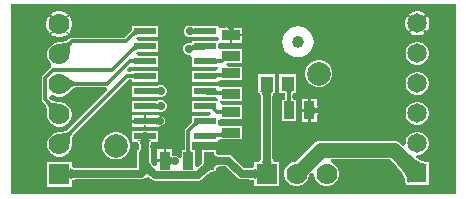
<source format=gtl>
G04*
G04 #@! TF.GenerationSoftware,Altium Limited,Altium Designer,24.5.2 (23)*
G04*
G04 Layer_Physical_Order=1*
G04 Layer_Color=255*
%FSLAX44Y44*%
%MOMM*%
G71*
G04*
G04 #@! TF.SameCoordinates,0D2116ED-C352-490A-9483-88E4F465978E*
G04*
G04*
G04 #@! TF.FilePolarity,Positive*
G04*
G01*
G75*
%ADD11C,0.2540*%
%ADD17R,1.1000X1.3000*%
%ADD18R,0.8500X1.5000*%
%ADD19R,1.5000X0.8500*%
%ADD20R,1.8796X0.6096*%
%ADD21C,0.5080*%
%ADD32C,0.3048*%
%ADD33C,1.2700*%
%ADD34C,0.6350*%
%ADD35C,0.4572*%
%ADD36R,1.7780X1.7780*%
%ADD37C,1.7780*%
%ADD38R,1.7780X1.7780*%
%ADD39C,1.6500*%
%ADD40R,1.6500X1.6500*%
%ADD41C,2.0000*%
%ADD42C,0.7000*%
G36*
X632410Y704009D02*
X256155D01*
X256156Y864690D01*
X632410D01*
Y704009D01*
D02*
G37*
%LPC*%
G36*
X601354Y858982D02*
X598646D01*
X596031Y858281D01*
X593687Y856928D01*
X593448Y856689D01*
X595084Y855053D01*
X593647Y853616D01*
X592011Y855252D01*
X591772Y855013D01*
X590419Y852669D01*
X589718Y850054D01*
Y847346D01*
X590419Y844731D01*
X591772Y842387D01*
X592011Y842148D01*
X593647Y843784D01*
X595084Y842347D01*
X593448Y840711D01*
X593687Y840472D01*
X596031Y839119D01*
X598646Y838418D01*
X601354D01*
X603969Y839119D01*
X606313Y840472D01*
X606552Y840711D01*
X604916Y842347D01*
X606353Y843784D01*
X607989Y842148D01*
X608228Y842387D01*
X609581Y844731D01*
X610282Y847346D01*
Y850054D01*
X609581Y852669D01*
X608228Y855013D01*
X607989Y855252D01*
X606353Y853616D01*
X604916Y855053D01*
X606552Y856689D01*
X606313Y856928D01*
X603969Y858281D01*
X601354Y858982D01*
D02*
G37*
G36*
X298438Y858772D02*
X295562D01*
X292784Y858028D01*
X290294Y856590D01*
X289995Y856292D01*
X291628Y854659D01*
X290191Y853222D01*
X288559Y854855D01*
X288260Y854556D01*
X286822Y852066D01*
X286078Y849288D01*
Y846412D01*
X286822Y843634D01*
X288260Y841144D01*
X288559Y840845D01*
X290191Y842478D01*
X291628Y841041D01*
X289995Y839409D01*
X290294Y839110D01*
X292784Y837672D01*
X295562Y836928D01*
X298438D01*
X301216Y837672D01*
X303706Y839110D01*
X304005Y839409D01*
X302372Y841041D01*
X303809Y842478D01*
X305441Y840845D01*
X305740Y841144D01*
X307178Y843634D01*
X307922Y846412D01*
Y849288D01*
X307178Y852066D01*
X305740Y854556D01*
X305441Y854855D01*
X303809Y853222D01*
X302372Y854659D01*
X304005Y856292D01*
X303706Y856590D01*
X301216Y858028D01*
X298438Y858772D01*
D02*
G37*
G36*
X442722Y849436D02*
X441533Y849199D01*
X440524Y848525D01*
X439851Y847517D01*
X439614Y846328D01*
X437561Y845032D01*
X433245Y845032D01*
X431322Y846522D01*
X431045Y846522D01*
X412018D01*
X411359Y846522D01*
X411245Y846585D01*
X411107Y846580D01*
X411071Y846595D01*
X409478Y846522D01*
X408903Y846715D01*
X408444Y846868D01*
X406445Y846868D01*
X404599Y846104D01*
X403186Y844690D01*
X402421Y842844D01*
Y840845D01*
X403186Y838998D01*
X404599Y837585D01*
X406445Y836820D01*
X408444D01*
X409790Y837378D01*
X410798D01*
X411024Y837283D01*
X411118Y837321D01*
X411215Y837293D01*
X411369Y837378D01*
X430971Y837378D01*
X432215Y835600D01*
X430971Y833822D01*
X430774Y833822D01*
X409478D01*
Y833234D01*
X408100Y832313D01*
X406101D01*
X404254Y831548D01*
X402841Y830135D01*
X402076Y828289D01*
Y826290D01*
X402841Y824443D01*
X404254Y823030D01*
X406101Y822265D01*
X406592D01*
X408724Y821279D01*
Y821279D01*
X408724Y821279D01*
D01*
X409478Y820087D01*
X409478Y819803D01*
Y811978D01*
X429434D01*
X429591Y811892D01*
X429728Y811899D01*
X429767Y811883D01*
X431322Y811978D01*
X431494Y811903D01*
X431679Y810859D01*
X429767Y808517D01*
X429538Y808422D01*
X409478D01*
Y799278D01*
X431322D01*
Y799544D01*
X433476Y800476D01*
X435022Y800381D01*
X435063Y800397D01*
X435206Y800390D01*
X435364Y800476D01*
X451524D01*
Y812024D01*
X439565D01*
X438082Y814475D01*
X438087Y814564D01*
X439138Y815476D01*
X451524D01*
Y827024D01*
X433862D01*
X433476Y827024D01*
X431322Y827956D01*
Y829517D01*
X432260Y831669D01*
X432968Y832468D01*
X433357Y832468D01*
X441484Y832468D01*
Y834719D01*
X443516D01*
Y832468D01*
X452032D01*
Y837734D01*
X449781D01*
Y839766D01*
X452032D01*
Y845032D01*
X446294D01*
X446290Y845041D01*
X445940Y845170D01*
X445909Y845526D01*
X445895Y846060D01*
X445830Y846207D01*
Y846328D01*
X445593Y847517D01*
X444920Y848525D01*
X443911Y849199D01*
X442722Y849436D01*
D02*
G37*
G36*
X499000Y846194D02*
X495585Y845744D01*
X492403Y844426D01*
X489670Y842329D01*
X487574Y839597D01*
X486256Y836415D01*
X485806Y833000D01*
X486256Y829585D01*
X487574Y826403D01*
X489670Y823671D01*
X492403Y821574D01*
X495585Y820256D01*
X499000Y819806D01*
X502415Y820256D01*
X505597Y821574D01*
X508330Y823671D01*
X510426Y826403D01*
X511744Y829585D01*
X512194Y833000D01*
X511744Y836415D01*
X510426Y839597D01*
X508330Y842329D01*
X505597Y844426D01*
X502415Y845744D01*
X499000Y846194D01*
D02*
G37*
G36*
X601287Y833074D02*
X598713D01*
X596227Y832408D01*
X593999Y831121D01*
X592179Y829301D01*
X590892Y827073D01*
X590226Y824587D01*
Y822013D01*
X590892Y819527D01*
X592179Y817299D01*
X593999Y815479D01*
X596227Y814192D01*
X598713Y813526D01*
X601287D01*
X603773Y814192D01*
X606001Y815479D01*
X607821Y817299D01*
X609108Y819527D01*
X609774Y822013D01*
Y824587D01*
X609108Y827073D01*
X607821Y829301D01*
X606001Y831121D01*
X603773Y832408D01*
X601287Y833074D01*
D02*
G37*
G36*
X380522Y846522D02*
X358678D01*
Y843812D01*
X358595Y843624D01*
X358418Y843313D01*
X358174Y842959D01*
X357392Y842023D01*
X356889Y841500D01*
X356831Y841354D01*
X356701Y841266D01*
X356690Y841209D01*
X352011Y836530D01*
X307322D01*
X306133Y836294D01*
X305125Y835620D01*
X304548Y835043D01*
X304418Y835000D01*
X304026Y834662D01*
X303627Y834399D01*
X303120Y834140D01*
X302502Y833895D01*
X301774Y833669D01*
X300938Y833469D01*
X300013Y833301D01*
X297790Y833051D01*
X296534Y832979D01*
X296296Y832864D01*
X295629D01*
X292980Y832154D01*
X290606Y830783D01*
X288667Y828844D01*
X287296Y826470D01*
X286586Y823821D01*
Y821079D01*
X287296Y818430D01*
X288667Y816056D01*
X290264Y814458D01*
X290235Y812883D01*
X289854Y811618D01*
X289208Y811186D01*
X282864Y804842D01*
X282191Y803834D01*
X281954Y802645D01*
Y784238D01*
X282191Y783049D01*
X282864Y782040D01*
X284943Y779962D01*
X284986Y779832D01*
X285343Y779418D01*
X285604Y779016D01*
X285845Y778521D01*
X286059Y777928D01*
X286240Y777235D01*
X286381Y776441D01*
X286476Y775570D01*
X286529Y773456D01*
X286479Y772268D01*
X286586Y771975D01*
Y770279D01*
X287296Y767630D01*
X288667Y765256D01*
X290606Y763317D01*
X292980Y761946D01*
X295629Y761236D01*
X298371D01*
X301020Y761946D01*
X303394Y763317D01*
X305333Y765256D01*
X306704Y767630D01*
X307414Y770279D01*
Y773021D01*
X306704Y775670D01*
X305333Y778044D01*
X303394Y779983D01*
X301020Y781354D01*
X298371Y782064D01*
X297704D01*
X297465Y782179D01*
X296210Y782251D01*
X293987Y782501D01*
X293062Y782669D01*
X292226Y782869D01*
X291498Y783095D01*
X290880Y783341D01*
X290373Y783599D01*
X289974Y783862D01*
X289582Y784200D01*
X289452Y784243D01*
X288469Y785226D01*
X288696Y787426D01*
X290988Y788496D01*
X292980Y787346D01*
X295629Y786636D01*
X298371D01*
X301020Y787346D01*
X303394Y788717D01*
X304754Y790076D01*
X305000Y790190D01*
X306572Y791897D01*
X307272Y792551D01*
X307954Y793116D01*
X308600Y793579D01*
X309207Y793942D01*
X309769Y794210D01*
X310284Y794390D01*
X310752Y794491D01*
X311302Y794531D01*
X311303Y794531D01*
X311303Y794531D01*
X311425Y794592D01*
X336705D01*
X337648Y793003D01*
X337813Y792108D01*
X304548Y758843D01*
X304418Y758800D01*
X304026Y758462D01*
X303627Y758199D01*
X303120Y757941D01*
X302502Y757695D01*
X301774Y757469D01*
X300938Y757269D01*
X300013Y757101D01*
X297790Y756851D01*
X296534Y756779D01*
X296296Y756664D01*
X295629D01*
X292980Y755954D01*
X290606Y754583D01*
X288667Y752644D01*
X287296Y750270D01*
X286586Y747621D01*
Y744879D01*
X287296Y742230D01*
X288667Y739856D01*
X290606Y737917D01*
X292980Y736546D01*
X295629Y735836D01*
X298371D01*
X301020Y736546D01*
X303394Y737917D01*
X305333Y739856D01*
X306704Y742230D01*
X307414Y744879D01*
Y746556D01*
X307522Y746834D01*
X307472Y749177D01*
X307522Y750148D01*
X307619Y751041D01*
X307760Y751835D01*
X307941Y752528D01*
X308155Y753122D01*
X308396Y753616D01*
X308657Y754018D01*
X309014Y754432D01*
X309057Y754562D01*
X355737Y801242D01*
X356995D01*
X357141Y801177D01*
X357674Y801163D01*
X358083Y801127D01*
X358403Y801074D01*
X358626Y801015D01*
X358678Y800994D01*
Y799278D01*
X380522D01*
Y808422D01*
X361218D01*
X360615Y808422D01*
X360495Y808496D01*
X360295Y808488D01*
X360223Y808517D01*
X358678Y808422D01*
X356208Y807458D01*
X355099D01*
X354156Y809047D01*
X353991Y809942D01*
X356138Y812089D01*
X358678Y811978D01*
Y811978D01*
X380522D01*
Y821122D01*
X363435D01*
X362097Y823662D01*
X362599Y824394D01*
X363053Y824678D01*
X380522D01*
Y833822D01*
X363435D01*
X362097Y836362D01*
X362599Y837094D01*
X363053Y837378D01*
X380522D01*
Y846522D01*
D02*
G37*
G36*
X518153Y817720D02*
X515119D01*
X512188Y816935D01*
X509560Y815417D01*
X507415Y813272D01*
X505897Y810644D01*
X505112Y807713D01*
Y804679D01*
X505897Y801748D01*
X507415Y799120D01*
X509560Y796974D01*
X512188Y795457D01*
X515119Y794672D01*
X518153D01*
X521084Y795457D01*
X523712Y796974D01*
X525858Y799120D01*
X527375Y801748D01*
X528160Y804679D01*
Y807713D01*
X527375Y810644D01*
X525858Y813272D01*
X523712Y815417D01*
X521084Y816935D01*
X518153Y817720D01*
D02*
G37*
G36*
X601287Y807674D02*
X598713D01*
X596227Y807008D01*
X593999Y805721D01*
X592179Y803901D01*
X590892Y801673D01*
X590226Y799187D01*
Y796613D01*
X590892Y794127D01*
X592179Y791899D01*
X593999Y790079D01*
X596227Y788792D01*
X598713Y788126D01*
X601287D01*
X603773Y788792D01*
X606001Y790079D01*
X607821Y791899D01*
X609108Y794127D01*
X609774Y796613D01*
Y799187D01*
X609108Y801673D01*
X607821Y803901D01*
X606001Y805721D01*
X603773Y807008D01*
X601287Y807674D01*
D02*
G37*
G36*
X383704Y796462D02*
X381706D01*
X379920Y795722D01*
X358678D01*
Y786578D01*
X380522D01*
Y786578D01*
X380823Y786779D01*
X381706Y786414D01*
X383704D01*
X385551Y787179D01*
X386964Y788592D01*
X387729Y790439D01*
Y792437D01*
X386964Y794284D01*
X385551Y795697D01*
X383704Y796462D01*
D02*
G37*
G36*
X479524Y805524D02*
X465476D01*
Y792016D01*
X465476Y791399D01*
X465398Y791268D01*
X465406Y791091D01*
X465381Y791031D01*
X465476Y789476D01*
X466662D01*
X466792Y789398D01*
X466793Y789398D01*
X466940Y789377D01*
X467048Y789216D01*
X467200Y788874D01*
X467354Y788352D01*
X467483Y787687D01*
X467654Y785797D01*
X467676Y784649D01*
X467709Y784573D01*
Y736627D01*
X467676Y736553D01*
X467645Y735391D01*
X467560Y734420D01*
X467425Y733605D01*
X467250Y732953D01*
X467053Y732468D01*
X466858Y732148D01*
X466690Y731966D01*
X466547Y731870D01*
X466386Y731813D01*
X465976Y731769D01*
X465874Y731714D01*
X462086D01*
Y727925D01*
X462030Y727823D01*
X461987Y727414D01*
X461930Y727253D01*
X461834Y727110D01*
X461652Y726942D01*
X461332Y726747D01*
X460847Y726550D01*
X460195Y726375D01*
X459380Y726240D01*
X458409Y726154D01*
X457247Y726124D01*
X457173Y726091D01*
X453390D01*
X443593Y735888D01*
X442038Y736926D01*
X440205Y737291D01*
X434437D01*
X434363Y737324D01*
X433201Y737355D01*
X432230Y737440D01*
X431415Y737575D01*
X430763Y737750D01*
X430278Y737947D01*
X429958Y738141D01*
X429776Y738310D01*
X429680Y738453D01*
X429623Y738614D01*
X429580Y739024D01*
X429524Y739126D01*
Y741524D01*
X417976D01*
Y734373D01*
X417940Y734319D01*
X417968Y734187D01*
X417912Y734065D01*
X417976Y733896D01*
Y731888D01*
X417884Y731425D01*
Y731096D01*
X417574Y730556D01*
X416942Y729650D01*
X415063Y727429D01*
X414564Y726912D01*
X412024Y727935D01*
Y741524D01*
X409629D01*
X409608Y741535D01*
X409584Y741596D01*
X409525Y741814D01*
X409473Y742128D01*
X409437Y742533D01*
X409423Y743061D01*
X409358Y743207D01*
Y745988D01*
X409478Y748478D01*
X431322D01*
Y749265D01*
X431651Y749686D01*
X433476Y750476D01*
X435022Y750381D01*
X435090Y750409D01*
X435287Y750401D01*
X435410Y750476D01*
X451524D01*
Y762024D01*
X435280Y762024D01*
X433512Y762024D01*
X433476Y762024D01*
X431322Y762956D01*
X431322Y763703D01*
X431322Y763718D01*
Y767044D01*
X433476Y767976D01*
X433862Y767976D01*
X451524D01*
Y779524D01*
X435083D01*
X432685Y781736D01*
Y782634D01*
X433476Y782976D01*
X433790Y782976D01*
X433791Y782976D01*
X434076Y782976D01*
X435796Y782976D01*
X451524D01*
Y794524D01*
X435364D01*
X435206Y794610D01*
X435063Y794603D01*
X435022Y794619D01*
X433476Y794524D01*
X431322Y795456D01*
Y795722D01*
X409478D01*
Y786578D01*
X429538D01*
X429767Y786483D01*
X431694Y784149D01*
X431523Y783109D01*
X431322Y783022D01*
X431027Y783022D01*
X431026Y783022D01*
X430306Y783022D01*
X429002Y783022D01*
X409478D01*
Y773878D01*
X424426D01*
X425285Y772862D01*
X424107Y770322D01*
X409478D01*
Y767376D01*
X409434Y767305D01*
X409466Y767171D01*
X409413Y767043D01*
X409478Y766887D01*
Y766015D01*
X409394Y765869D01*
X409131Y765494D01*
X408260Y764468D01*
X407691Y763879D01*
X407631Y763725D01*
X404053Y760147D01*
X403379Y759139D01*
X403142Y757950D01*
Y743207D01*
X403077Y743061D01*
X403063Y742533D01*
X403027Y742128D01*
X402975Y741814D01*
X402916Y741596D01*
X402892Y741535D01*
X402871Y741524D01*
X400476D01*
Y735734D01*
X397936Y734964D01*
X397747Y735247D01*
X396487Y736089D01*
X395282Y736329D01*
X395043Y736435D01*
X394226Y736456D01*
X393563Y736514D01*
X393019Y736603D01*
X392602Y736713D01*
X392532Y736742D01*
Y742032D01*
X387266D01*
Y739781D01*
X385234D01*
Y742032D01*
X379968D01*
Y733516D01*
X382219D01*
Y731484D01*
X379968D01*
Y728642D01*
X377428Y727683D01*
X376632Y728585D01*
X375696Y729814D01*
X374985Y730891D01*
X374566Y731679D01*
X374524Y731888D01*
Y733813D01*
X374618Y734062D01*
X374546Y734222D01*
X374574Y734396D01*
X374524Y734464D01*
Y738984D01*
X374524Y739740D01*
X374619Y739969D01*
X374524Y741524D01*
X374243D01*
X374030Y744802D01*
X374115Y745772D01*
X374250Y746587D01*
X374425Y747239D01*
X374622Y747723D01*
X374817Y748044D01*
X374985Y748226D01*
X375128Y748322D01*
X375289Y748379D01*
X375699Y748422D01*
X375801Y748478D01*
X380522D01*
Y757622D01*
X370701D01*
X369600Y757841D01*
X369302D01*
X368201Y757622D01*
X358678D01*
Y748478D01*
X362550D01*
X362651Y748422D01*
X363061Y748379D01*
X363222Y748322D01*
X363365Y748226D01*
X363534Y748044D01*
X363728Y747724D01*
X363925Y747239D01*
X364100Y746587D01*
X364235Y745772D01*
X364317Y744840D01*
X364224Y743231D01*
X364134Y742511D01*
X364025Y741936D01*
X363913Y741538D01*
X363907Y741524D01*
X362976Y741524D01*
X362881Y739969D01*
X362929Y739854D01*
X362922Y739604D01*
X362976Y739527D01*
Y726291D01*
X312327D01*
X312253Y726324D01*
X311091Y726355D01*
X310120Y726440D01*
X309305Y726575D01*
X308653Y726750D01*
X308168Y726947D01*
X307848Y727141D01*
X307666Y727310D01*
X307570Y727453D01*
X307513Y727614D01*
X307470Y728024D01*
X307414Y728126D01*
Y731264D01*
X286586D01*
Y710436D01*
X307414D01*
Y714874D01*
X307470Y714977D01*
X307513Y715386D01*
X307570Y715547D01*
X307666Y715690D01*
X307848Y715859D01*
X308168Y716053D01*
X308653Y716250D01*
X309305Y716425D01*
X310120Y716560D01*
X311091Y716646D01*
X312253Y716676D01*
X312327Y716709D01*
X366000D01*
X367834Y717074D01*
X369256Y718024D01*
X369412Y718089D01*
X371764Y718824D01*
X372862Y718280D01*
X374066Y717111D01*
X374144Y717080D01*
X374311Y716913D01*
X375866Y715875D01*
X377699Y715510D01*
X414801D01*
X416634Y715875D01*
X418189Y716913D01*
X420594Y719318D01*
X420670Y719348D01*
X421534Y720173D01*
X422350Y720880D01*
X423144Y721494D01*
X423915Y722017D01*
X424659Y722450D01*
X425376Y722795D01*
X426064Y723056D01*
X426724Y723238D01*
X427357Y723344D01*
X428063Y723383D01*
X428063Y723384D01*
X428254Y723476D01*
X429524Y723476D01*
X429618Y724976D01*
X429610Y724999D01*
X429617Y725124D01*
X430853Y727275D01*
X431415Y727425D01*
X432230Y727560D01*
X433201Y727646D01*
X434363Y727676D01*
X434437Y727709D01*
X438220D01*
X448017Y717912D01*
X449572Y716874D01*
X451405Y716509D01*
X457173D01*
X457247Y716476D01*
X458409Y716446D01*
X459380Y716360D01*
X460195Y716225D01*
X460847Y716050D01*
X461331Y715853D01*
X461652Y715658D01*
X461834Y715490D01*
X461930Y715347D01*
X461987Y715186D01*
X462030Y714777D01*
X462086Y714675D01*
Y710886D01*
X482914D01*
Y731714D01*
X479126D01*
X479024Y731769D01*
X478614Y731813D01*
X478453Y731870D01*
X478310Y731966D01*
X478142Y732148D01*
X477947Y732468D01*
X477750Y732953D01*
X477575Y733605D01*
X477440Y734420D01*
X477354Y735391D01*
X477324Y736553D01*
X477291Y736627D01*
Y784573D01*
X477324Y784649D01*
X477346Y785819D01*
X477410Y786815D01*
X477512Y787663D01*
X477646Y788352D01*
X477800Y788874D01*
X477951Y789215D01*
X478060Y789377D01*
X478207Y789398D01*
X478208Y789398D01*
X478338Y789476D01*
X479524D01*
X479619Y791031D01*
X479594Y791091D01*
X479602Y791268D01*
X479524Y791399D01*
Y805524D01*
D02*
G37*
G36*
X515032Y784532D02*
X509766D01*
Y782281D01*
X507734D01*
Y784532D01*
X502468D01*
Y776016D01*
X504719D01*
Y773984D01*
X502468D01*
Y765468D01*
X507734D01*
Y767719D01*
X509766D01*
Y765468D01*
X515032D01*
Y768552D01*
X515068Y770902D01*
X515612Y771154D01*
X516167Y771384D01*
X516181Y771417D01*
X516213Y771432D01*
X516382Y771892D01*
X517500D01*
X518689Y772129D01*
X519697Y772803D01*
X520371Y773811D01*
X520608Y775000D01*
X520371Y776189D01*
X519697Y777197D01*
X518689Y777871D01*
X517500Y778108D01*
X516382D01*
X516213Y778568D01*
X516181Y778583D01*
X516167Y778616D01*
X515612Y778846D01*
X515068Y779098D01*
X515032Y781448D01*
Y784532D01*
D02*
G37*
G36*
X383704Y783712D02*
X381706D01*
X380040Y783022D01*
X358678D01*
Y773878D01*
X380522D01*
Y773878D01*
X380777Y774048D01*
X381706Y773664D01*
X383704D01*
X385551Y774429D01*
X386964Y775842D01*
X387729Y777689D01*
Y779687D01*
X386964Y781534D01*
X385551Y782947D01*
X383704Y783712D01*
D02*
G37*
G36*
X381030Y770830D02*
Y770830D01*
X370616D01*
Y768579D01*
X368584D01*
Y770830D01*
X358170D01*
Y766766D01*
X360421D01*
Y764734D01*
X358170D01*
Y760670D01*
X368584D01*
Y762921D01*
X370616D01*
Y760670D01*
X381030D01*
Y761839D01*
X381794Y761901D01*
X382382Y761908D01*
X382621Y762011D01*
X383848Y762255D01*
X385108Y763097D01*
X385202Y763191D01*
X386044Y764451D01*
X386340Y765938D01*
X386044Y767424D01*
X385202Y768685D01*
X383942Y769527D01*
X383100Y769694D01*
X381030Y770830D01*
X381030Y770830D01*
D02*
G37*
G36*
X497304Y805524D02*
X483256D01*
Y789476D01*
X487896D01*
X487915Y789429D01*
X487974Y789205D01*
X488027Y788885D01*
X488063Y788474D01*
X488077Y787940D01*
X488142Y787793D01*
Y785707D01*
X488077Y785561D01*
X488063Y785026D01*
X488027Y784615D01*
X487974Y784295D01*
X487915Y784071D01*
X487896Y784024D01*
X485476D01*
Y765976D01*
X497024D01*
Y784024D01*
X494604D01*
X494585Y784071D01*
X494526Y784295D01*
X494473Y784615D01*
X494437Y785026D01*
X494423Y785561D01*
X494358Y785707D01*
Y787793D01*
X494423Y787940D01*
X494437Y788474D01*
X494473Y788885D01*
X494526Y789205D01*
X494585Y789429D01*
X494604Y789476D01*
X497304D01*
Y805524D01*
D02*
G37*
G36*
X601287Y782274D02*
X598713D01*
X596227Y781608D01*
X593999Y780321D01*
X592179Y778501D01*
X590892Y776273D01*
X590226Y773787D01*
Y771213D01*
X590892Y768727D01*
X592179Y766499D01*
X593999Y764679D01*
X596227Y763392D01*
X598713Y762726D01*
X601287D01*
X603773Y763392D01*
X606001Y764679D01*
X607821Y766499D01*
X609108Y768727D01*
X609774Y771213D01*
Y773787D01*
X609108Y776273D01*
X607821Y778501D01*
X606001Y780321D01*
X603773Y781608D01*
X601287Y782274D01*
D02*
G37*
G36*
Y756874D02*
X598713D01*
X596227Y756208D01*
X593999Y754921D01*
X592179Y753101D01*
X590892Y750873D01*
X590226Y748387D01*
Y746298D01*
X589052Y745500D01*
X587773Y745159D01*
X585755Y747176D01*
X584110Y748438D01*
X582195Y749232D01*
X581167Y749367D01*
X580140Y749502D01*
X580139Y749502D01*
X518161D01*
X516105Y749232D01*
X514189Y748438D01*
X512545Y747176D01*
X512545Y747176D01*
X497082Y731714D01*
X496529D01*
X493880Y731004D01*
X491506Y729633D01*
X489567Y727694D01*
X488196Y725320D01*
X487486Y722671D01*
Y719929D01*
X488196Y717280D01*
X489567Y714906D01*
X491506Y712967D01*
X493880Y711596D01*
X496529Y710886D01*
X499271D01*
X501920Y711596D01*
X504294Y712967D01*
X506233Y714906D01*
X507604Y717280D01*
X508314Y719929D01*
Y720482D01*
X510346Y722514D01*
X512886Y721462D01*
Y719929D01*
X513596Y717280D01*
X514967Y714906D01*
X516906Y712967D01*
X519280Y711596D01*
X521929Y710886D01*
X524671D01*
X527320Y711596D01*
X529694Y712967D01*
X531633Y714906D01*
X533004Y717280D01*
X533714Y719929D01*
Y722671D01*
X533004Y725320D01*
X531633Y727694D01*
X529694Y729633D01*
X527320Y731004D01*
X527043Y731078D01*
X527377Y733618D01*
X576850D01*
X581558Y728911D01*
X581609Y728778D01*
X583289Y727025D01*
X584761Y725337D01*
X586051Y723690D01*
X587159Y722087D01*
X588086Y720530D01*
X588834Y719021D01*
X589408Y717562D01*
X589812Y716154D01*
X590050Y714796D01*
X590134Y713382D01*
X590134Y713382D01*
X590226Y713193D01*
Y711926D01*
X591781Y711831D01*
X591798Y711838D01*
X591879Y711834D01*
X592068Y711926D01*
X609774D01*
Y729632D01*
X609866Y729821D01*
X609862Y729902D01*
X609869Y729920D01*
X609774Y731474D01*
X608507D01*
X608318Y731566D01*
X608318Y731566D01*
X608204Y731573D01*
X606904Y731650D01*
X605546Y731889D01*
X604137Y732292D01*
X602679Y732866D01*
X601170Y733614D01*
X599613Y734541D01*
X599259Y734786D01*
X600051Y737326D01*
X601287D01*
X603773Y737992D01*
X606001Y739279D01*
X607821Y741099D01*
X609108Y743327D01*
X609774Y745813D01*
Y748387D01*
X609108Y750873D01*
X607821Y753101D01*
X606001Y754921D01*
X603773Y756208D01*
X601287Y756874D01*
D02*
G37*
G36*
X346517Y756524D02*
X343483D01*
X340552Y755739D01*
X337924Y754221D01*
X335779Y752076D01*
X334261Y749448D01*
X333476Y746517D01*
Y743483D01*
X334261Y740552D01*
X335779Y737924D01*
X337924Y735779D01*
X340552Y734261D01*
X343483Y733476D01*
X346517D01*
X349448Y734261D01*
X352076Y735779D01*
X354221Y737924D01*
X355739Y740552D01*
X356524Y743483D01*
Y746517D01*
X355739Y749448D01*
X354221Y752076D01*
X352076Y754221D01*
X349448Y755739D01*
X346517Y756524D01*
D02*
G37*
%LPD*%
G36*
X411056Y843649D02*
X411058Y843649D01*
X411343Y843567D01*
X411647Y843503D01*
X411969Y843458D01*
X412310Y843430D01*
X412669Y843421D01*
X412720Y840373D01*
X412361Y840364D01*
X412021Y840335D01*
X411699Y840288D01*
X411397Y840223D01*
X411113Y840138D01*
X411038Y840109D01*
X411032Y838932D01*
X411002Y839206D01*
X410910Y839451D01*
X410758Y839667D01*
X410545Y839855D01*
X410527Y839865D01*
X410377Y839771D01*
X410169Y839611D01*
X409981Y839432D01*
X409970Y840129D01*
X409935Y840143D01*
X409539Y840244D01*
X409082Y840315D01*
X408564Y840359D01*
X407985Y840373D01*
Y843421D01*
X408568Y843436D01*
X409090Y843482D01*
X409551Y843558D01*
X409917Y843656D01*
X409907Y844332D01*
X410100Y844159D01*
X410312Y844004D01*
X410469Y843911D01*
X410567Y843970D01*
X410783Y844168D01*
X410937Y844397D01*
X411031Y844656D01*
X411063Y844945D01*
X411056Y843649D01*
D02*
G37*
G36*
X444261Y845433D02*
X444307Y844909D01*
X444383Y844447D01*
X444490Y844047D01*
X444579Y843829D01*
X445172D01*
X444996Y843638D01*
X444839Y843428D01*
X444822Y843401D01*
X444993Y843216D01*
X445221Y843062D01*
X445480Y842970D01*
X445770Y842939D01*
X444574D01*
X444478Y842687D01*
X444394Y842402D01*
X444329Y842099D01*
X444283Y841777D01*
X444255Y841437D01*
X444246Y841077D01*
X441198D01*
X441189Y841437D01*
X441161Y841777D01*
X441115Y842099D01*
X441050Y842402D01*
X440966Y842687D01*
X440870Y842939D01*
X439674D01*
X439964Y842970D01*
X440223Y843062D01*
X440451Y843216D01*
X440622Y843401D01*
X440605Y843428D01*
X440448Y843638D01*
X440272Y843829D01*
X440866D01*
X440954Y844047D01*
X441061Y844447D01*
X441137Y844909D01*
X441183Y845433D01*
X441198Y846018D01*
X444246D01*
X444261Y845433D01*
D02*
G37*
G36*
X411054Y829608D02*
X411152Y829595D01*
X411495Y829576D01*
X411856Y829569D01*
X412615Y826521D01*
X412253Y826511D01*
X411915Y826478D01*
X411601Y826424D01*
X411311Y826348D01*
X411044Y826250D01*
X411032Y826245D01*
X411032Y826232D01*
X411027Y826242D01*
X410802Y826131D01*
X410583Y825990D01*
X410388Y825827D01*
X410217Y825643D01*
X410070Y825437D01*
X409841Y826471D01*
X409082Y826510D01*
X407985Y826521D01*
Y829569D01*
X408568Y829585D01*
X409090Y829630D01*
X409140Y829639D01*
X409011Y830221D01*
X409220Y830098D01*
X409445Y829987D01*
X409688Y829889D01*
X409933Y829809D01*
X409950Y829813D01*
X410289Y829950D01*
X410566Y830118D01*
X410782Y830316D01*
X410937Y830545D01*
X411030Y830804D01*
X411063Y831093D01*
X411054Y829608D01*
D02*
G37*
G36*
X429798Y819284D02*
X429889Y819030D01*
X430042Y818806D01*
X430255Y818612D01*
X430530Y818447D01*
X430865Y818313D01*
X431261Y818208D01*
X431718Y818134D01*
X432236Y818089D01*
X432816Y818074D01*
Y815026D01*
X432236Y815011D01*
X431718Y814966D01*
X431261Y814892D01*
X430865Y814787D01*
X430530Y814652D01*
X430255Y814488D01*
X430042Y814294D01*
X429889Y814070D01*
X429798Y813816D01*
X429767Y813532D01*
Y819567D01*
X429798Y819284D01*
D02*
G37*
G36*
X435031Y802030D02*
X435000Y802315D01*
X434909Y802569D01*
X434756Y802793D01*
X434543Y802988D01*
X434268Y803152D01*
X433933Y803287D01*
X433537Y803391D01*
X433080Y803466D01*
X432562Y803511D01*
X432403Y803515D01*
X432236Y803511D01*
X431718Y803465D01*
X431261Y803389D01*
X430865Y803282D01*
X430530Y803145D01*
X430255Y802977D01*
X430042Y802779D01*
X429889Y802551D01*
X429798Y802291D01*
X429767Y802002D01*
Y806868D01*
X429798Y806812D01*
X429889Y806762D01*
X430042Y806718D01*
X430255Y806680D01*
X430530Y806647D01*
X431261Y806600D01*
X432311Y806582D01*
X432566Y806589D01*
X433088Y806635D01*
X433549Y806711D01*
X433949Y806818D01*
X434287Y806955D01*
X434565Y807123D01*
X434781Y807321D01*
X434935Y807549D01*
X435029Y807808D01*
X435061Y808098D01*
X435031Y802030D01*
D02*
G37*
G36*
X363119Y838963D02*
X362948Y839196D01*
X362720Y839329D01*
X362433Y839361D01*
X362089Y839293D01*
X361687Y839124D01*
X361227Y838856D01*
X360709Y838486D01*
X360134Y838017D01*
X358809Y836777D01*
X358077Y840356D01*
X358620Y840920D01*
X359490Y841960D01*
X359816Y842435D01*
X360071Y842881D01*
X360253Y843298D01*
X360364Y843684D01*
X360402Y844041D01*
X360369Y844369D01*
X360263Y844667D01*
X363119Y838963D01*
D02*
G37*
G36*
Y826263D02*
X362948Y826496D01*
X362720Y826628D01*
X362433Y826661D01*
X362089Y826593D01*
X361687Y826424D01*
X361227Y826156D01*
X360709Y825787D01*
X360134Y825317D01*
X358809Y824077D01*
X358077Y827656D01*
X358620Y828221D01*
X359490Y829260D01*
X359816Y829735D01*
X360071Y830181D01*
X360253Y830598D01*
X360364Y830984D01*
X360402Y831341D01*
X360369Y831669D01*
X360263Y831967D01*
X363119Y826263D01*
D02*
G37*
G36*
X307765Y831710D02*
X307334Y831211D01*
X306957Y830629D01*
X306633Y829965D01*
X306364Y829217D01*
X306148Y828388D01*
X305985Y827475D01*
X305877Y826480D01*
X305822Y825402D01*
X305873Y822998D01*
X296629Y831332D01*
X297929Y831407D01*
X300253Y831668D01*
X301278Y831854D01*
X302210Y832078D01*
X303051Y832338D01*
X303800Y832636D01*
X304458Y832971D01*
X305023Y833343D01*
X305497Y833752D01*
X307765Y831710D01*
D02*
G37*
G36*
X360263Y814002D02*
X360231Y814292D01*
X360137Y814551D01*
X359982Y814779D01*
X359766Y814977D01*
X359489Y815145D01*
X359151Y815282D01*
X358751Y815389D01*
X358290Y815465D01*
X357768Y815511D01*
X357184Y815526D01*
Y818574D01*
X357764Y818584D01*
X358739Y818663D01*
X359135Y818733D01*
X359470Y818822D01*
X359745Y818932D01*
X359958Y819061D01*
X360111Y819210D01*
X360202Y819379D01*
X360233Y819567D01*
X360263Y814002D01*
D02*
G37*
G36*
Y801302D02*
X360231Y801591D01*
X360137Y801851D01*
X359982Y802079D01*
X359766Y802277D01*
X359489Y802445D01*
X359151Y802582D01*
X358751Y802689D01*
X358290Y802765D01*
X357768Y802811D01*
X357184Y802826D01*
Y805874D01*
X357764Y805884D01*
X358739Y805963D01*
X359135Y806033D01*
X359470Y806122D01*
X359745Y806232D01*
X359958Y806361D01*
X360111Y806510D01*
X360202Y806679D01*
X360233Y806867D01*
X360263Y801302D01*
D02*
G37*
G36*
X303876Y802866D02*
X306619Y800843D01*
X307448Y800348D01*
X308234Y799943D01*
X308978Y799629D01*
X309680Y799404D01*
X310338Y799269D01*
X310954Y799224D01*
X311181Y796176D01*
X310517Y796127D01*
X309837Y795981D01*
X309140Y795738D01*
X308426Y795397D01*
X307695Y794959D01*
X306947Y794424D01*
X306182Y793791D01*
X305401Y793060D01*
X303787Y791308D01*
X302877Y803720D01*
X303876Y802866D01*
D02*
G37*
G36*
X288977Y782543D02*
X289542Y782171D01*
X290200Y781836D01*
X290949Y781538D01*
X291790Y781278D01*
X292722Y781054D01*
X293747Y780868D01*
X296071Y780607D01*
X297371Y780532D01*
X288127Y772198D01*
X288179Y773442D01*
X288123Y775680D01*
X288015Y776675D01*
X287852Y777588D01*
X287636Y778417D01*
X287366Y779165D01*
X287043Y779829D01*
X286666Y780411D01*
X286235Y780910D01*
X288503Y782952D01*
X288977Y782543D01*
D02*
G37*
G36*
X307765Y755510D02*
X307334Y755011D01*
X306957Y754429D01*
X306633Y753764D01*
X306364Y753017D01*
X306148Y752188D01*
X305985Y751275D01*
X305877Y750280D01*
X305822Y749202D01*
X305873Y746798D01*
X296629Y755132D01*
X297929Y755207D01*
X300253Y755468D01*
X301278Y755654D01*
X302210Y755878D01*
X303051Y756138D01*
X303800Y756436D01*
X304458Y756771D01*
X305023Y757143D01*
X305497Y757552D01*
X307765Y755510D01*
D02*
G37*
G36*
X378993Y793593D02*
X379069Y793377D01*
X379196Y793186D01*
X379289Y793100D01*
X379391Y793161D01*
X379642Y793344D01*
X379881Y793551D01*
X380107Y793783D01*
X380152Y792694D01*
X380212Y792678D01*
X380593Y792615D01*
X381025Y792577D01*
X381507Y792564D01*
Y790024D01*
X381025Y790011D01*
X380593Y789973D01*
X380266Y789919D01*
X380308Y788887D01*
X380062Y789103D01*
X379805Y789296D01*
X379539Y789467D01*
X379366Y789559D01*
X379196Y789402D01*
X379069Y789211D01*
X378993Y788995D01*
X378968Y788754D01*
Y789743D01*
X378682Y789842D01*
X378377Y789922D01*
X378062Y789978D01*
X377738Y790013D01*
X377403Y790024D01*
X377291Y792564D01*
X377628Y792576D01*
X377953Y792613D01*
X378265Y792674D01*
X378565Y792759D01*
X378853Y792869D01*
X378968Y792924D01*
Y793834D01*
X378993Y793593D01*
D02*
G37*
G36*
X429798Y792708D02*
X429889Y792449D01*
X430042Y792221D01*
X430255Y792023D01*
X430530Y791855D01*
X430865Y791718D01*
X431261Y791611D01*
X431718Y791535D01*
X432236Y791489D01*
X432403Y791485D01*
X432562Y791489D01*
X433080Y791534D01*
X433537Y791609D01*
X433933Y791713D01*
X434268Y791848D01*
X434543Y792012D01*
X434756Y792207D01*
X434909Y792431D01*
X435000Y792685D01*
X435031Y792970D01*
X435061Y786902D01*
X435029Y787191D01*
X434935Y787451D01*
X434781Y787679D01*
X434565Y787877D01*
X434287Y788045D01*
X433949Y788182D01*
X433549Y788289D01*
X433088Y788365D01*
X432566Y788411D01*
X432196Y788420D01*
X430042Y788282D01*
X429889Y788238D01*
X429798Y788188D01*
X429767Y788132D01*
Y792998D01*
X429798Y792708D01*
D02*
G37*
G36*
X477533Y790967D02*
X477144Y790777D01*
X476799Y790459D01*
X476501Y790014D01*
X476249Y789443D01*
X476042Y788745D01*
X475882Y787919D01*
X475767Y786966D01*
X475698Y785887D01*
X475675Y784680D01*
X469325D01*
X469302Y785887D01*
X469118Y787919D01*
X468958Y788745D01*
X468751Y789443D01*
X468499Y790014D01*
X468201Y790459D01*
X467856Y790777D01*
X467466Y790967D01*
X467030Y791031D01*
X477970D01*
X477533Y790967D01*
D02*
G37*
G36*
X429616Y777672D02*
X429561Y777527D01*
X429573Y777338D01*
X429650Y777107D01*
X429794Y776834D01*
X430004Y776518D01*
X430280Y776159D01*
X431031Y775314D01*
X431506Y774828D01*
X429350Y772672D01*
X428735Y773276D01*
X426758Y774970D01*
X426386Y775213D01*
X426062Y775384D01*
X425786Y775482D01*
X425559Y775509D01*
X425381Y775463D01*
X429737Y777775D01*
X429616Y777672D01*
D02*
G37*
G36*
X435061Y770702D02*
X435030Y770992D01*
X434938Y771251D01*
X434784Y771479D01*
X434568Y771677D01*
X434291Y771845D01*
X433953Y771982D01*
X433553Y772089D01*
X433091Y772165D01*
X432567Y772211D01*
X431982Y772226D01*
Y775274D01*
X432567Y775289D01*
X433091Y775335D01*
X433553Y775411D01*
X433953Y775518D01*
X434291Y775655D01*
X434568Y775823D01*
X434784Y776021D01*
X434938Y776249D01*
X435030Y776508D01*
X435061Y776798D01*
Y770702D01*
D02*
G37*
G36*
X415343Y762763D02*
X415109Y762932D01*
X414831Y763015D01*
X414509Y763012D01*
X414143Y762923D01*
X413734Y762748D01*
X413281Y762486D01*
X412785Y762138D01*
X412244Y761704D01*
X411032Y760577D01*
X408877Y762732D01*
X409484Y763360D01*
X410438Y764485D01*
X410786Y764981D01*
X411048Y765434D01*
X411223Y765843D01*
X411312Y766209D01*
X411315Y766531D01*
X411232Y766809D01*
X411063Y767043D01*
X415343Y762763D01*
D02*
G37*
G36*
X435031Y752030D02*
X435000Y752224D01*
X434909Y752398D01*
X434756Y752550D01*
X434543Y752683D01*
X434268Y752795D01*
X433933Y752887D01*
X433537Y752958D01*
X433080Y753009D01*
X432328Y753037D01*
X432236Y753035D01*
X431718Y752989D01*
X431261Y752913D01*
X430865Y752806D01*
X430530Y752669D01*
X430255Y752501D01*
X430042Y752303D01*
X429889Y752075D01*
X429798Y751815D01*
X429767Y751526D01*
Y756067D01*
X429798Y756073D01*
X429889Y756078D01*
X431982Y756092D01*
Y756098D01*
X432566Y756113D01*
X433088Y756159D01*
X433549Y756235D01*
X433949Y756342D01*
X434287Y756479D01*
X434564Y756647D01*
X434780Y756845D01*
X434935Y757073D01*
X435029Y757332D01*
X435061Y757622D01*
X435031Y752030D01*
D02*
G37*
G36*
X407789Y742438D02*
X407835Y741920D01*
X407911Y741463D01*
X408018Y741067D01*
X408155Y740732D01*
X408323Y740457D01*
X408521Y740244D01*
X408749Y740091D01*
X409008Y740000D01*
X409298Y739969D01*
X403202D01*
X403492Y740000D01*
X403751Y740091D01*
X403979Y740244D01*
X404177Y740457D01*
X404345Y740732D01*
X404482Y741067D01*
X404589Y741463D01*
X404665Y741920D01*
X404711Y742438D01*
X404726Y743018D01*
X407774D01*
X407789Y742438D01*
D02*
G37*
G36*
X374922Y749999D02*
X374382Y749808D01*
X373906Y749489D01*
X373493Y749042D01*
X373144Y748468D01*
X372858Y747766D01*
X372636Y746936D01*
X372477Y745979D01*
X372382Y744895D01*
X372379Y744770D01*
X372654Y740541D01*
X372747Y740223D01*
X372852Y740033D01*
X372970Y739969D01*
X364530D01*
X364810Y740033D01*
X365060Y740223D01*
X365280Y740541D01*
X365471Y740985D01*
X365633Y741557D01*
X365765Y742255D01*
X365868Y743081D01*
X365970Y744842D01*
X365968Y744895D01*
X365873Y745979D01*
X365714Y746936D01*
X365492Y747766D01*
X365206Y748468D01*
X364857Y749042D01*
X364444Y749489D01*
X363968Y749808D01*
X363428Y749999D01*
X362825Y750063D01*
X375525D01*
X374922Y749999D01*
D02*
G37*
G36*
X475707Y735297D02*
X475802Y734213D01*
X475961Y733255D01*
X476183Y732426D01*
X476469Y731724D01*
X476818Y731150D01*
X477231Y730703D01*
X477707Y730384D01*
X478247Y730193D01*
X478850Y730129D01*
X466150D01*
X466753Y730193D01*
X467293Y730384D01*
X467769Y730703D01*
X468182Y731150D01*
X468531Y731724D01*
X468817Y732426D01*
X469039Y733255D01*
X469198Y734213D01*
X469293Y735297D01*
X469325Y736509D01*
X475675D01*
X475707Y735297D01*
D02*
G37*
G36*
X390485Y736604D02*
X390621Y736223D01*
X390849Y735886D01*
X391169Y735594D01*
X391579Y735347D01*
X392081Y735145D01*
X392674Y734988D01*
X393358Y734876D01*
X394133Y734809D01*
X395000Y734786D01*
Y730214D01*
X394133Y730192D01*
X393358Y730124D01*
X392674Y730012D01*
X392081Y729855D01*
X391579Y729653D01*
X391169Y729406D01*
X390849Y729114D01*
X390621Y728777D01*
X390485Y728396D01*
X390439Y727970D01*
Y730210D01*
X390250Y730214D01*
Y734786D01*
X390439Y734787D01*
Y737030D01*
X390485Y736604D01*
D02*
G37*
G36*
X428003Y738247D02*
X428194Y737707D01*
X428513Y737231D01*
X428960Y736818D01*
X429534Y736469D01*
X430236Y736183D01*
X431065Y735961D01*
X432023Y735802D01*
X433107Y735707D01*
X434319Y735675D01*
Y729325D01*
X433107Y729293D01*
X432023Y729198D01*
X431065Y729039D01*
X430236Y728817D01*
X429534Y728531D01*
X428960Y728182D01*
X428513Y727769D01*
X428194Y727293D01*
X428003Y726753D01*
X427939Y726150D01*
Y738850D01*
X428003Y738247D01*
D02*
G37*
G36*
X427970Y725031D02*
X427174Y724986D01*
X426368Y724851D01*
X425551Y724626D01*
X424724Y724312D01*
X423885Y723908D01*
X423036Y723414D01*
X422176Y722830D01*
X421305Y722157D01*
X420423Y721394D01*
X419530Y720540D01*
X415040Y725031D01*
X416287Y726322D01*
X418252Y728643D01*
X418969Y729672D01*
X419509Y730614D01*
X419873Y731468D01*
X420060Y732235D01*
X420070Y732915D01*
X419904Y733506D01*
X419561Y734011D01*
X427970Y725031D01*
D02*
G37*
G36*
X372645Y733482D02*
X372543Y732821D01*
X372662Y732028D01*
X373003Y731104D01*
X373566Y730047D01*
X374350Y728858D01*
X375356Y727538D01*
X378033Y724502D01*
X379705Y722785D01*
X375215Y718295D01*
X373895Y719575D01*
X371424Y721730D01*
X370973Y722073D01*
X368245Y719255D01*
X363755Y723745D01*
X363994Y723989D01*
X364496Y724568D01*
X364592Y724709D01*
X364651Y724825D01*
X364675Y724915D01*
X364663Y724979D01*
X364614Y725018D01*
X364530Y725031D01*
X372970Y734011D01*
X372645Y733482D01*
D02*
G37*
G36*
X305893Y727247D02*
X306084Y726707D01*
X306403Y726231D01*
X306850Y725818D01*
X307424Y725469D01*
X308126Y725183D01*
X308955Y724961D01*
X309912Y724802D01*
X310997Y724707D01*
X312209Y724675D01*
Y718325D01*
X310997Y718293D01*
X309912Y718198D01*
X308955Y718039D01*
X308126Y717817D01*
X307424Y717531D01*
X306850Y717182D01*
X306403Y716769D01*
X306084Y716293D01*
X305893Y715753D01*
X305829Y715150D01*
Y727850D01*
X305893Y727247D01*
D02*
G37*
G36*
X463671Y714950D02*
X463607Y715553D01*
X463416Y716093D01*
X463097Y716569D01*
X462650Y716982D01*
X462076Y717331D01*
X461374Y717617D01*
X460545Y717839D01*
X459587Y717998D01*
X458503Y718093D01*
X457290Y718125D01*
Y724475D01*
X458503Y724507D01*
X459587Y724602D01*
X460545Y724761D01*
X461374Y724983D01*
X462076Y725269D01*
X462650Y725618D01*
X463097Y726031D01*
X463416Y726507D01*
X463607Y727047D01*
X463671Y727650D01*
Y714950D01*
D02*
G37*
G36*
X512970Y777758D02*
X513062Y777499D01*
X513216Y777271D01*
X513432Y777073D01*
X513709Y776905D01*
X513971Y776799D01*
X514125Y776857D01*
X514372Y776978D01*
X514600Y777117D01*
X514810Y777274D01*
X515000Y777450D01*
Y776577D01*
X515433Y776539D01*
X516017Y776524D01*
Y773476D01*
X515433Y773461D01*
X515000Y773423D01*
Y772550D01*
X514810Y772726D01*
X514600Y772883D01*
X514372Y773022D01*
X514125Y773143D01*
X513971Y773201D01*
X513709Y773095D01*
X513432Y772927D01*
X513216Y772729D01*
X513062Y772501D01*
X512970Y772242D01*
X512939Y771952D01*
Y773440D01*
X512609Y773467D01*
X512249Y773476D01*
Y776524D01*
X512609Y776533D01*
X512939Y776560D01*
Y778048D01*
X512970Y777758D01*
D02*
G37*
G36*
X378993Y780868D02*
X379069Y780652D01*
X379196Y780461D01*
X379296Y780369D01*
X379403Y780433D01*
X379655Y780615D01*
X379896Y780821D01*
X380124Y781051D01*
X380161Y779967D01*
X380212Y779953D01*
X380593Y779890D01*
X381025Y779852D01*
X381507Y779839D01*
Y777299D01*
X381025Y777286D01*
X380593Y777248D01*
X380255Y777192D01*
X380290Y776154D01*
X380045Y776372D01*
X379790Y776566D01*
X379525Y776738D01*
X379359Y776828D01*
X379196Y776677D01*
X379069Y776486D01*
X378993Y776270D01*
X378968Y776029D01*
Y777012D01*
X378965Y777013D01*
X378671Y777116D01*
X378366Y777196D01*
X378051Y777253D01*
X377727Y777288D01*
X377393Y777299D01*
X377300Y779839D01*
X377636Y779851D01*
X377961Y779887D01*
X378274Y779948D01*
X378574Y780033D01*
X378863Y780142D01*
X378968Y780193D01*
Y781109D01*
X378993Y780868D01*
D02*
G37*
G36*
X379001Y768646D02*
X379103Y768538D01*
X379273Y768442D01*
X379510Y768359D01*
X379816Y768289D01*
X379839Y768286D01*
X379891Y768320D01*
X379892Y768278D01*
X380189Y768232D01*
X381139Y768155D01*
X382361Y768130D01*
Y763558D01*
X381716Y763550D01*
X380189Y763426D01*
X379816Y763352D01*
X379510Y763261D01*
X379273Y763153D01*
X379103Y763030D01*
X379001Y762889D01*
X378968Y762732D01*
Y763541D01*
X378869Y763546D01*
X377789Y763558D01*
X377627Y768130D01*
X378025Y768132D01*
X378968Y768186D01*
Y768767D01*
X379001Y768646D01*
D02*
G37*
G36*
X494008Y791030D02*
X493749Y790938D01*
X493521Y790784D01*
X493323Y790568D01*
X493155Y790291D01*
X493018Y789953D01*
X492911Y789553D01*
X492835Y789091D01*
X492789Y788567D01*
X492774Y787982D01*
X489726D01*
X489711Y788567D01*
X489665Y789091D01*
X489589Y789553D01*
X489482Y789953D01*
X489345Y790291D01*
X489177Y790568D01*
X488979Y790784D01*
X488751Y790938D01*
X488492Y791030D01*
X488202Y791061D01*
X494298D01*
X494008Y791030D01*
D02*
G37*
G36*
X492789Y784933D02*
X492835Y784409D01*
X492911Y783948D01*
X493018Y783547D01*
X493155Y783209D01*
X493323Y782932D01*
X493521Y782716D01*
X493749Y782562D01*
X494008Y782470D01*
X494298Y782439D01*
X488202D01*
X488492Y782470D01*
X488751Y782562D01*
X488979Y782716D01*
X489177Y782932D01*
X489345Y783209D01*
X489482Y783547D01*
X489589Y783948D01*
X489665Y784409D01*
X489711Y784933D01*
X489726Y785518D01*
X492774D01*
X492789Y784933D01*
D02*
G37*
G36*
X593561Y737194D02*
X597032Y734320D01*
X598721Y733152D01*
X600380Y732165D01*
X602009Y731356D01*
X603607Y730728D01*
X605175Y730279D01*
X606712Y730009D01*
X608219Y729920D01*
X591781Y713481D01*
X591691Y714987D01*
X591421Y716525D01*
X590972Y718093D01*
X590344Y719691D01*
X589535Y721320D01*
X588548Y722979D01*
X587380Y724668D01*
X586033Y726388D01*
X584506Y728139D01*
X582800Y729920D01*
X591781Y738900D01*
X593561Y737194D01*
D02*
G37*
D11*
X369719Y778569D02*
X382586D01*
X369744Y791294D02*
X382561D01*
X382705Y791438D01*
X369600Y778450D02*
X369719Y778569D01*
X382586D02*
X382705Y778688D01*
X369600Y791150D02*
X369744Y791294D01*
D17*
X490280Y797500D02*
D03*
X472500D02*
D03*
D18*
X508750Y775000D02*
D03*
X491250Y775000D02*
D03*
X368750Y732500D02*
D03*
X386250D02*
D03*
X423750D02*
D03*
X406250D02*
D03*
D19*
X442500Y821250D02*
D03*
Y838750D02*
D03*
Y756250D02*
D03*
Y773750D02*
D03*
Y788750D02*
D03*
Y806250D02*
D03*
D20*
X420400Y803850D02*
D03*
Y778450D02*
D03*
Y791150D02*
D03*
Y765750D02*
D03*
Y816550D02*
D03*
Y753050D02*
D03*
Y841950D02*
D03*
X369600Y778450D02*
D03*
X420400Y829250D02*
D03*
X369600Y791150D02*
D03*
Y765750D02*
D03*
Y753050D02*
D03*
Y829250D02*
D03*
Y803850D02*
D03*
Y841950D02*
D03*
Y816550D02*
D03*
D21*
X501540Y833000D02*
G03*
X501540Y833000I-2540J0D01*
G01*
D32*
X442500Y838750D02*
X442722Y838972D01*
Y846328D01*
X407100Y827289D02*
X407856Y828045D01*
X419196D01*
X420400Y829250D01*
X508750Y775000D02*
X517500D01*
X508750Y775000D02*
X508750Y775000D01*
X491250D02*
Y796530D01*
X490280Y797500D02*
X491250Y796530D01*
X407498Y841897D02*
X420347D01*
X407445Y841844D02*
X407498Y841897D01*
X420347D02*
X420400Y841950D01*
X421600Y805050D02*
X441300D01*
X428274Y775904D02*
Y776926D01*
X420400Y778450D02*
X426750D01*
X430428Y773750D02*
X442500D01*
X428274Y775904D02*
X430428Y773750D01*
X426750Y778450D02*
X428274Y776926D01*
X421600Y789950D02*
X441300D01*
X442500Y788750D01*
X420400Y791150D02*
X421600Y789950D01*
X441300Y805050D02*
X442500Y806250D01*
X420400Y803850D02*
X421600Y805050D01*
X421924Y754574D02*
X440824D01*
X420400Y753050D02*
X421924Y754574D01*
X440824D02*
X442500Y756250D01*
X420400Y816550D02*
X434550D01*
X439250Y821250D02*
X442500D01*
X434550Y816550D02*
X439250Y821250D01*
X406250Y757950D02*
X414050Y765750D01*
X406250Y732500D02*
Y757950D01*
X414050Y765750D02*
X420400D01*
X291405Y808988D02*
X341564D01*
X361826Y829250D01*
X369600D01*
X285062Y802645D02*
X291405Y808988D01*
X285062Y784238D02*
Y802645D01*
Y784238D02*
X297000Y772300D01*
X354450Y804350D02*
X369100D01*
X369600Y803850D01*
X297000Y746900D02*
X354450Y804350D01*
X307322Y833422D02*
X353299D01*
X361826Y841950D01*
X369600D01*
X297000Y823100D02*
X307322Y833422D01*
X356704Y817050D02*
X369100D01*
X369600Y816550D01*
X337354Y797700D02*
X356704Y817050D01*
X297000Y797700D02*
X337354D01*
D33*
X497900Y721300D02*
X518161Y741561D01*
X580140D02*
X600000Y721700D01*
X518161Y741561D02*
X580140D01*
D34*
X451405Y721300D02*
X472500D01*
X440205Y732500D02*
X451405Y721300D01*
X424825Y732500D02*
X440205D01*
X423750Y731425D02*
X424825Y732500D01*
X368750D02*
X369825Y731425D01*
Y728175D02*
Y731425D01*
X422675Y728175D02*
Y731425D01*
X369825Y728175D02*
X371250Y726750D01*
X414801Y720301D02*
X422675Y728175D01*
Y731425D02*
X423750Y732500D01*
X377699Y720301D02*
X414801D01*
X371250Y726750D02*
X377699Y720301D01*
X368750Y732500D02*
X369175Y732925D01*
Y752923D01*
X369302Y753050D01*
X369600D01*
X371250Y726750D02*
X371250D01*
X366000Y721500D02*
X371250Y726750D01*
X297000Y721500D02*
X366000D01*
X472500Y721300D02*
Y797500D01*
X472500Y797500D01*
D35*
X369600Y765750D02*
X369694Y765844D01*
X382361D02*
X382455Y765938D01*
X369694Y765844D02*
X382361D01*
X386250Y732500D02*
X395000D01*
D36*
X472500Y721300D02*
D03*
D37*
X523300D02*
D03*
X497900D02*
D03*
X297000Y797050D02*
D03*
Y771650D02*
D03*
Y746250D02*
D03*
Y822450D02*
D03*
Y847850D02*
D03*
D38*
Y720850D02*
D03*
D39*
X600000Y848700D02*
D03*
Y823300D02*
D03*
Y797900D02*
D03*
Y772500D02*
D03*
Y747100D02*
D03*
D40*
Y721700D02*
D03*
D41*
X516636Y806196D02*
D03*
X345000Y745000D02*
D03*
D42*
X442722Y846328D02*
D03*
X407100Y827289D02*
D03*
X517500Y775000D02*
D03*
X382455Y765938D02*
D03*
X382705Y778688D02*
D03*
Y791438D02*
D03*
X407445Y841844D02*
D03*
X395000Y732500D02*
D03*
M02*

</source>
